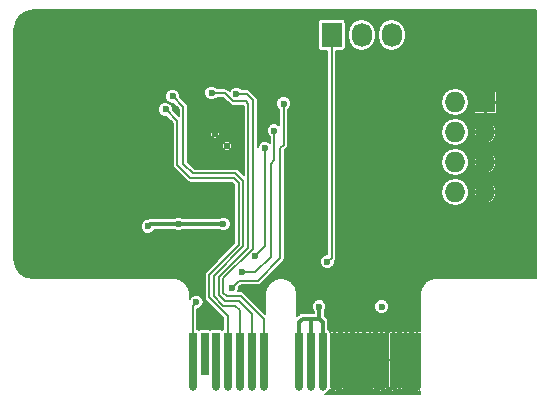
<source format=gbr>
G04 #@! TF.FileFunction,Copper,L2,Bot,Signal*
%FSLAX46Y46*%
G04 Gerber Fmt 4.6, Leading zero omitted, Abs format (unit mm)*
G04 Created by KiCad (PCBNEW 4.0.2+e4-6225~38~ubuntu14.04.1-stable) date Fri 29 Jul 2016 09:52:58 PM PDT*
%MOMM*%
G01*
G04 APERTURE LIST*
%ADD10C,0.100000*%
%ADD11C,0.650240*%
%ADD12R,0.650240X4.599940*%
%ADD13R,0.650240X3.599180*%
%ADD14R,1.727200X2.032000*%
%ADD15O,1.727200X2.032000*%
%ADD16R,1.727200X1.727200*%
%ADD17O,1.727200X1.727200*%
%ADD18C,0.600000*%
%ADD19C,0.300000*%
%ADD20C,0.150000*%
%ADD21C,0.200000*%
G04 APERTURE END LIST*
D10*
D11*
X140500400Y-102301240D03*
D12*
X159499600Y-100000000D03*
X158498840Y-100000000D03*
X157500620Y-100000000D03*
X156499860Y-100000000D03*
X155499100Y-100000000D03*
X154500880Y-100000000D03*
X153500120Y-100000000D03*
X152499360Y-100000000D03*
X151501140Y-100000000D03*
X150500380Y-100000000D03*
X149499620Y-100000000D03*
X144500900Y-100000000D03*
X143500140Y-100000000D03*
X142499380Y-100000000D03*
D13*
X141501160Y-99499620D03*
D12*
X140500400Y-100000000D03*
X146499880Y-100000000D03*
X145499120Y-100000000D03*
D11*
X157500620Y-102301240D03*
X156499860Y-102301240D03*
X155499100Y-102301240D03*
X154500880Y-102301240D03*
X153500120Y-102301240D03*
X152499360Y-102301240D03*
X151501140Y-102301240D03*
X150500380Y-102301240D03*
X149499620Y-102301240D03*
X159499600Y-102301240D03*
X146499880Y-102301240D03*
X145499120Y-102301240D03*
X144500900Y-102301240D03*
X143500140Y-102301240D03*
X142499380Y-102301240D03*
X158498840Y-102301240D03*
D14*
X152260000Y-72500000D03*
D15*
X154800000Y-72500000D03*
X157340000Y-72500000D03*
D16*
X165270000Y-78190000D03*
D17*
X162730000Y-78190000D03*
X165270000Y-80730000D03*
X162730000Y-80730000D03*
X165270000Y-83270000D03*
X162730000Y-83270000D03*
X165270000Y-85810000D03*
X162730000Y-85810000D03*
D18*
X142400000Y-80900000D03*
X143400000Y-81900000D03*
X136700000Y-88700000D03*
X139300000Y-88500000D03*
X143100000Y-88500000D03*
X151200000Y-95500000D03*
X151300000Y-83800000D03*
X135700000Y-80400000D03*
X151300000Y-75300000D03*
X151300000Y-78700000D03*
X151300000Y-87200000D03*
X148200000Y-78300000D03*
X143800000Y-93900000D03*
X147400000Y-80600000D03*
X144700000Y-92600000D03*
X146600000Y-82100000D03*
X145800000Y-91200000D03*
X140800000Y-95100000D03*
X138800000Y-77700000D03*
X138200000Y-78800000D03*
X144200000Y-77500000D03*
X142100000Y-77400000D03*
X156500000Y-95500000D03*
X151900000Y-91700000D03*
D19*
X139300000Y-88500000D02*
X136900000Y-88500000D01*
X136900000Y-88500000D02*
X136700000Y-88700000D01*
X143100000Y-88500000D02*
X139300000Y-88500000D01*
X151200000Y-96500000D02*
X151200000Y-95500000D01*
X150500380Y-100000000D02*
X150500380Y-96500000D01*
X150500000Y-96600000D02*
X150500000Y-96500000D01*
X150500000Y-96500380D02*
X150500000Y-96600000D01*
X150500380Y-96500000D02*
X150500000Y-96500380D01*
X151501140Y-100000000D02*
X151501140Y-96801140D01*
X151501140Y-96801140D02*
X151200000Y-96500000D01*
X151200000Y-96500000D02*
X151200000Y-96500000D01*
X151200000Y-96500000D02*
X150500000Y-96500000D01*
X149499620Y-96800380D02*
X149499620Y-100000000D01*
X150500000Y-96500000D02*
X149800000Y-96500000D01*
X149800000Y-96500000D02*
X149499620Y-96800380D01*
D20*
X151501140Y-102301240D02*
X151501140Y-100000000D01*
X150500380Y-102301240D02*
X150500380Y-100000000D01*
X149499620Y-102301240D02*
X149499620Y-100000000D01*
X151300000Y-83800000D02*
X150600000Y-83800000D01*
X151300000Y-83800000D02*
X150600000Y-83800000D01*
X135700000Y-72900000D02*
X135700000Y-80400000D01*
X137100000Y-71500000D02*
X135700000Y-72900000D01*
X145600000Y-71500000D02*
X137100000Y-71500000D01*
X149500000Y-75400000D02*
X145600000Y-71500000D01*
X149500000Y-82700000D02*
X149500000Y-75400000D01*
X150600000Y-83800000D02*
X149500000Y-82700000D01*
X159499600Y-102301240D02*
X159499600Y-100000000D01*
X158498840Y-102301240D02*
X158498840Y-100000000D01*
X157500620Y-102301240D02*
X157500620Y-100000000D01*
X156499860Y-102301240D02*
X156499860Y-100000000D01*
X155499100Y-102301240D02*
X155499100Y-100000000D01*
X154500880Y-102301240D02*
X154500880Y-100000000D01*
X153500120Y-102301240D02*
X153500120Y-100000000D01*
X152499360Y-102301240D02*
X152499360Y-100000000D01*
X148200000Y-81800000D02*
X148200000Y-78300000D01*
X147900000Y-82100000D02*
X148200000Y-81800000D01*
X147900000Y-91400000D02*
X147900000Y-82100000D01*
X146000000Y-93300000D02*
X147900000Y-91400000D01*
X144400000Y-93300000D02*
X146000000Y-93300000D01*
X143800000Y-93900000D02*
X144400000Y-93300000D01*
X147400000Y-83100000D02*
X147400000Y-80600000D01*
X147100000Y-83400000D02*
X147400000Y-83100000D01*
X147100000Y-91300000D02*
X147100000Y-83400000D01*
X145800000Y-92600000D02*
X147100000Y-91300000D01*
X144700000Y-92600000D02*
X145800000Y-92600000D01*
X146600000Y-90400000D02*
X146600000Y-82100000D01*
X145800000Y-91200000D02*
X146600000Y-90400000D01*
X140500400Y-100000000D02*
X140500400Y-95399600D01*
X140500400Y-95399600D02*
X140800000Y-95100000D01*
X140500400Y-102301240D02*
X140500400Y-100000000D01*
X142300000Y-94600000D02*
X142300000Y-92900000D01*
X144500900Y-95800900D02*
X144100000Y-95400000D01*
X144100000Y-95400000D02*
X143100000Y-95400000D01*
X143100000Y-95400000D02*
X142300000Y-94600000D01*
X144500900Y-100000000D02*
X144500900Y-95800900D01*
X139700000Y-83400000D02*
X139700000Y-83100000D01*
X140500000Y-84200000D02*
X139700000Y-83400000D01*
X144100000Y-84200000D02*
X140500000Y-84200000D01*
X144800000Y-84900000D02*
X144100000Y-84200000D01*
X144800000Y-90400000D02*
X144800000Y-84900000D01*
X142300000Y-92900000D02*
X144800000Y-90400000D01*
X139700000Y-83100000D02*
X139700000Y-82900000D01*
X139700000Y-80000000D02*
X139700000Y-78600000D01*
X139700000Y-78600000D02*
X138800000Y-77700000D01*
X139700000Y-82900000D02*
X139700000Y-80000000D01*
X139700000Y-83100000D02*
X139700000Y-82900000D01*
X144500900Y-102301240D02*
X144500900Y-100000000D01*
X141900000Y-94700000D02*
X141900000Y-92800000D01*
X143500140Y-100000000D02*
X143500140Y-96300140D01*
X143500140Y-96300140D02*
X141900000Y-94700000D01*
X139200000Y-83500000D02*
X139200000Y-83100000D01*
X140300000Y-84600000D02*
X139200000Y-83500000D01*
X144000000Y-84600000D02*
X140300000Y-84600000D01*
X144400000Y-85000000D02*
X144000000Y-84600000D01*
X144400000Y-90300000D02*
X144400000Y-85000000D01*
X141900000Y-92800000D02*
X144400000Y-90300000D01*
X139200000Y-83100000D02*
X139200000Y-83000000D01*
X139200000Y-83000000D02*
X139200000Y-79800000D01*
X139200000Y-79800000D02*
X138200000Y-78800000D01*
X139200000Y-83100000D02*
X139200000Y-83000000D01*
X143500140Y-102301240D02*
X143500140Y-100000000D01*
X142499380Y-102301240D02*
X142499380Y-100000000D01*
X143100000Y-94300000D02*
X143100000Y-93600000D01*
X145600000Y-86100000D02*
X145600000Y-78000000D01*
X145600000Y-78000000D02*
X145100000Y-77500000D01*
X145100000Y-77500000D02*
X144200000Y-77500000D01*
X146499880Y-96499880D02*
X144600000Y-94600000D01*
X144600000Y-94600000D02*
X143400000Y-94600000D01*
X143400000Y-94600000D02*
X143100000Y-94300000D01*
X146499880Y-96499880D02*
X146499880Y-100000000D01*
X145600000Y-90600000D02*
X145600000Y-86100000D01*
X143100000Y-93100000D02*
X145600000Y-90600000D01*
X143100000Y-93600000D02*
X143100000Y-93100000D01*
X146499880Y-102301240D02*
X146499880Y-100000000D01*
X142700000Y-94500000D02*
X142700000Y-93000000D01*
X145200000Y-85900000D02*
X145200000Y-78300000D01*
X145200000Y-78300000D02*
X145000000Y-78100000D01*
X145000000Y-78100000D02*
X143900000Y-78100000D01*
X143900000Y-78100000D02*
X143200000Y-77400000D01*
X143200000Y-77400000D02*
X142100000Y-77400000D01*
X145499120Y-96099120D02*
X145499120Y-100000000D01*
X143200000Y-95000000D02*
X142700000Y-94500000D01*
X144400000Y-95000000D02*
X143200000Y-95000000D01*
X145499120Y-96099120D02*
X144400000Y-95000000D01*
X145200000Y-90500000D02*
X145200000Y-85900000D01*
X142700000Y-93000000D02*
X145200000Y-90500000D01*
X145499120Y-102301240D02*
X145499120Y-100000000D01*
X151900000Y-91700000D02*
X152260000Y-91340000D01*
X152260000Y-91340000D02*
X152260000Y-72500000D01*
D21*
G36*
X169597716Y-70402284D02*
X169605000Y-70438903D01*
X169605000Y-93061097D01*
X169597716Y-93097716D01*
X169561098Y-93105000D01*
X161100000Y-93105000D01*
X161061843Y-93112590D01*
X161022939Y-93112590D01*
X160659391Y-93184904D01*
X160659390Y-93184904D01*
X160517000Y-93243884D01*
X160208798Y-93449819D01*
X160154309Y-93504309D01*
X160099819Y-93558798D01*
X159893884Y-93867000D01*
X159834904Y-94009390D01*
X159834904Y-94009391D01*
X159762590Y-94372940D01*
X159762590Y-94411843D01*
X159755000Y-94450000D01*
X159755000Y-97600030D01*
X159549600Y-97600030D01*
X159524600Y-97625030D01*
X159524600Y-99975000D01*
X159544600Y-99975000D01*
X159544600Y-100025000D01*
X159524600Y-100025000D01*
X159524600Y-100045000D01*
X159474600Y-100045000D01*
X159474600Y-100025000D01*
X159099480Y-100025000D01*
X159074480Y-100050000D01*
X159074480Y-102220746D01*
X159072993Y-102224532D01*
X159074480Y-102305174D01*
X159074480Y-102319861D01*
X159074763Y-102320545D01*
X159076111Y-102393626D01*
X159134821Y-102535365D01*
X159193647Y-102571838D01*
X159365515Y-102399970D01*
X159436225Y-102399970D01*
X159229002Y-102607193D01*
X159265475Y-102666019D01*
X159422892Y-102727847D01*
X159591986Y-102724729D01*
X159733725Y-102666019D01*
X159755000Y-102631705D01*
X159755000Y-102861097D01*
X159747716Y-102897716D01*
X159711098Y-102905000D01*
X151729269Y-102905000D01*
X151866094Y-102848465D01*
X152047728Y-102667148D01*
X152118535Y-102496626D01*
X152134581Y-102535365D01*
X152193407Y-102571838D01*
X152365275Y-102399970D01*
X152435985Y-102399970D01*
X152228762Y-102607193D01*
X152265235Y-102666019D01*
X152422652Y-102727847D01*
X152591746Y-102724729D01*
X152733485Y-102666019D01*
X152769958Y-102607193D01*
X152562735Y-102399970D01*
X152633445Y-102399970D01*
X152805313Y-102571838D01*
X152864139Y-102535365D01*
X152925967Y-102377948D01*
X152924480Y-102297306D01*
X152924480Y-102224532D01*
X153073513Y-102224532D01*
X153075000Y-102305174D01*
X153075000Y-102319861D01*
X153075283Y-102320545D01*
X153076631Y-102393626D01*
X153135341Y-102535365D01*
X153194167Y-102571838D01*
X153366035Y-102399970D01*
X153436745Y-102399970D01*
X153229522Y-102607193D01*
X153265995Y-102666019D01*
X153423412Y-102727847D01*
X153592506Y-102724729D01*
X153734245Y-102666019D01*
X153770718Y-102607193D01*
X153563495Y-102399970D01*
X153634205Y-102399970D01*
X153806073Y-102571838D01*
X153864899Y-102535365D01*
X153926727Y-102377948D01*
X153925240Y-102297306D01*
X153925240Y-102224532D01*
X154074273Y-102224532D01*
X154075760Y-102305174D01*
X154075760Y-102319861D01*
X154076043Y-102320545D01*
X154077391Y-102393626D01*
X154136101Y-102535365D01*
X154194927Y-102571838D01*
X154366795Y-102399970D01*
X154437505Y-102399970D01*
X154230282Y-102607193D01*
X154266755Y-102666019D01*
X154424172Y-102727847D01*
X154593266Y-102724729D01*
X154735005Y-102666019D01*
X154771478Y-102607193D01*
X154564255Y-102399970D01*
X154634965Y-102399970D01*
X154806833Y-102571838D01*
X154865659Y-102535365D01*
X154927487Y-102377948D01*
X154926000Y-102297306D01*
X154926000Y-102224532D01*
X155072493Y-102224532D01*
X155073980Y-102305174D01*
X155073980Y-102319861D01*
X155074263Y-102320545D01*
X155075611Y-102393626D01*
X155134321Y-102535365D01*
X155193147Y-102571838D01*
X155365015Y-102399970D01*
X155435725Y-102399970D01*
X155228502Y-102607193D01*
X155264975Y-102666019D01*
X155422392Y-102727847D01*
X155591486Y-102724729D01*
X155733225Y-102666019D01*
X155769698Y-102607193D01*
X155562475Y-102399970D01*
X155633185Y-102399970D01*
X155805053Y-102571838D01*
X155863879Y-102535365D01*
X155925707Y-102377948D01*
X155924220Y-102297306D01*
X155924220Y-102224532D01*
X156073253Y-102224532D01*
X156074740Y-102305174D01*
X156074740Y-102319861D01*
X156075023Y-102320545D01*
X156076371Y-102393626D01*
X156135081Y-102535365D01*
X156193907Y-102571838D01*
X156365775Y-102399970D01*
X156436485Y-102399970D01*
X156229262Y-102607193D01*
X156265735Y-102666019D01*
X156423152Y-102727847D01*
X156592246Y-102724729D01*
X156733985Y-102666019D01*
X156770458Y-102607193D01*
X156563235Y-102399970D01*
X156633945Y-102399970D01*
X156805813Y-102571838D01*
X156864639Y-102535365D01*
X156926467Y-102377948D01*
X156924980Y-102297306D01*
X156924980Y-102224532D01*
X157074013Y-102224532D01*
X157075500Y-102305174D01*
X157075500Y-102319861D01*
X157075783Y-102320545D01*
X157077131Y-102393626D01*
X157135841Y-102535365D01*
X157194667Y-102571838D01*
X157366535Y-102399970D01*
X157437245Y-102399970D01*
X157230022Y-102607193D01*
X157266495Y-102666019D01*
X157423912Y-102727847D01*
X157593006Y-102724729D01*
X157734745Y-102666019D01*
X157771218Y-102607193D01*
X157563995Y-102399970D01*
X157634705Y-102399970D01*
X157806573Y-102571838D01*
X157865399Y-102535365D01*
X157927227Y-102377948D01*
X157925740Y-102297306D01*
X157925740Y-102224532D01*
X158072233Y-102224532D01*
X158073720Y-102305174D01*
X158073720Y-102319861D01*
X158074003Y-102320545D01*
X158075351Y-102393626D01*
X158134061Y-102535365D01*
X158192887Y-102571838D01*
X158364755Y-102399970D01*
X158435465Y-102399970D01*
X158228242Y-102607193D01*
X158264715Y-102666019D01*
X158422132Y-102727847D01*
X158591226Y-102724729D01*
X158732965Y-102666019D01*
X158769438Y-102607193D01*
X158562215Y-102399970D01*
X158632925Y-102399970D01*
X158804793Y-102571838D01*
X158863619Y-102535365D01*
X158925447Y-102377948D01*
X158923960Y-102297306D01*
X158923960Y-100050000D01*
X158898960Y-100025000D01*
X158523840Y-100025000D01*
X158523840Y-100045000D01*
X158473840Y-100045000D01*
X158473840Y-100025000D01*
X158098720Y-100025000D01*
X158073720Y-100050000D01*
X158073720Y-102220746D01*
X158072233Y-102224532D01*
X157925740Y-102224532D01*
X157925740Y-100050000D01*
X157900740Y-100025000D01*
X157525620Y-100025000D01*
X157525620Y-100045000D01*
X157475620Y-100045000D01*
X157475620Y-100025000D01*
X157100500Y-100025000D01*
X157075500Y-100050000D01*
X157075500Y-102220746D01*
X157074013Y-102224532D01*
X156924980Y-102224532D01*
X156924980Y-100050000D01*
X156899980Y-100025000D01*
X156524860Y-100025000D01*
X156524860Y-100045000D01*
X156474860Y-100045000D01*
X156474860Y-100025000D01*
X156099740Y-100025000D01*
X156074740Y-100050000D01*
X156074740Y-102220746D01*
X156073253Y-102224532D01*
X155924220Y-102224532D01*
X155924220Y-100050000D01*
X155899220Y-100025000D01*
X155524100Y-100025000D01*
X155524100Y-100045000D01*
X155474100Y-100045000D01*
X155474100Y-100025000D01*
X155098980Y-100025000D01*
X155073980Y-100050000D01*
X155073980Y-102220746D01*
X155072493Y-102224532D01*
X154926000Y-102224532D01*
X154926000Y-100050000D01*
X154901000Y-100025000D01*
X154525880Y-100025000D01*
X154525880Y-100045000D01*
X154475880Y-100045000D01*
X154475880Y-100025000D01*
X154100760Y-100025000D01*
X154075760Y-100050000D01*
X154075760Y-102220746D01*
X154074273Y-102224532D01*
X153925240Y-102224532D01*
X153925240Y-100050000D01*
X153900240Y-100025000D01*
X153525120Y-100025000D01*
X153525120Y-100045000D01*
X153475120Y-100045000D01*
X153475120Y-100025000D01*
X153100000Y-100025000D01*
X153075000Y-100050000D01*
X153075000Y-102220746D01*
X153073513Y-102224532D01*
X152924480Y-102224532D01*
X152924480Y-100050000D01*
X152899480Y-100025000D01*
X152524360Y-100025000D01*
X152524360Y-100045000D01*
X152474360Y-100045000D01*
X152474360Y-100025000D01*
X152454360Y-100025000D01*
X152454360Y-99975000D01*
X152474360Y-99975000D01*
X152474360Y-97625030D01*
X152524360Y-97625030D01*
X152524360Y-99975000D01*
X152899480Y-99975000D01*
X152924480Y-99950000D01*
X152924480Y-97680139D01*
X153075000Y-97680139D01*
X153075000Y-99950000D01*
X153100000Y-99975000D01*
X153475120Y-99975000D01*
X153475120Y-97625030D01*
X153525120Y-97625030D01*
X153525120Y-99975000D01*
X153900240Y-99975000D01*
X153925240Y-99950000D01*
X153925240Y-97680139D01*
X154075760Y-97680139D01*
X154075760Y-99950000D01*
X154100760Y-99975000D01*
X154475880Y-99975000D01*
X154475880Y-97625030D01*
X154525880Y-97625030D01*
X154525880Y-99975000D01*
X154901000Y-99975000D01*
X154926000Y-99950000D01*
X154926000Y-97680139D01*
X155073980Y-97680139D01*
X155073980Y-99950000D01*
X155098980Y-99975000D01*
X155474100Y-99975000D01*
X155474100Y-97625030D01*
X155524100Y-97625030D01*
X155524100Y-99975000D01*
X155899220Y-99975000D01*
X155924220Y-99950000D01*
X155924220Y-97680139D01*
X156074740Y-97680139D01*
X156074740Y-99950000D01*
X156099740Y-99975000D01*
X156474860Y-99975000D01*
X156474860Y-97625030D01*
X156524860Y-97625030D01*
X156524860Y-99975000D01*
X156899980Y-99975000D01*
X156924980Y-99950000D01*
X156924980Y-97680139D01*
X157075500Y-97680139D01*
X157075500Y-99950000D01*
X157100500Y-99975000D01*
X157475620Y-99975000D01*
X157475620Y-97625030D01*
X157525620Y-97625030D01*
X157525620Y-99975000D01*
X157900740Y-99975000D01*
X157925740Y-99950000D01*
X157925740Y-97680139D01*
X158073720Y-97680139D01*
X158073720Y-99950000D01*
X158098720Y-99975000D01*
X158473840Y-99975000D01*
X158473840Y-97625030D01*
X158523840Y-97625030D01*
X158523840Y-99975000D01*
X158898960Y-99975000D01*
X158923960Y-99950000D01*
X158923960Y-97680139D01*
X159074480Y-97680139D01*
X159074480Y-99950000D01*
X159099480Y-99975000D01*
X159474600Y-99975000D01*
X159474600Y-97625030D01*
X159449600Y-97600030D01*
X159154589Y-97600030D01*
X159117835Y-97615254D01*
X159089704Y-97643384D01*
X159074480Y-97680139D01*
X158923960Y-97680139D01*
X158908736Y-97643384D01*
X158880605Y-97615254D01*
X158843851Y-97600030D01*
X158548840Y-97600030D01*
X158523840Y-97625030D01*
X158473840Y-97625030D01*
X158448840Y-97600030D01*
X158153829Y-97600030D01*
X158117075Y-97615254D01*
X158088944Y-97643384D01*
X158073720Y-97680139D01*
X157925740Y-97680139D01*
X157910516Y-97643384D01*
X157882385Y-97615254D01*
X157845631Y-97600030D01*
X157550620Y-97600030D01*
X157525620Y-97625030D01*
X157475620Y-97625030D01*
X157450620Y-97600030D01*
X157155609Y-97600030D01*
X157118855Y-97615254D01*
X157090724Y-97643384D01*
X157075500Y-97680139D01*
X156924980Y-97680139D01*
X156909756Y-97643384D01*
X156881625Y-97615254D01*
X156844871Y-97600030D01*
X156549860Y-97600030D01*
X156524860Y-97625030D01*
X156474860Y-97625030D01*
X156449860Y-97600030D01*
X156154849Y-97600030D01*
X156118095Y-97615254D01*
X156089964Y-97643384D01*
X156074740Y-97680139D01*
X155924220Y-97680139D01*
X155908996Y-97643384D01*
X155880865Y-97615254D01*
X155844111Y-97600030D01*
X155549100Y-97600030D01*
X155524100Y-97625030D01*
X155474100Y-97625030D01*
X155449100Y-97600030D01*
X155154089Y-97600030D01*
X155117335Y-97615254D01*
X155089204Y-97643384D01*
X155073980Y-97680139D01*
X154926000Y-97680139D01*
X154910776Y-97643384D01*
X154882645Y-97615254D01*
X154845891Y-97600030D01*
X154550880Y-97600030D01*
X154525880Y-97625030D01*
X154475880Y-97625030D01*
X154450880Y-97600030D01*
X154155869Y-97600030D01*
X154119115Y-97615254D01*
X154090984Y-97643384D01*
X154075760Y-97680139D01*
X153925240Y-97680139D01*
X153910016Y-97643384D01*
X153881885Y-97615254D01*
X153845131Y-97600030D01*
X153550120Y-97600030D01*
X153525120Y-97625030D01*
X153475120Y-97625030D01*
X153450120Y-97600030D01*
X153155109Y-97600030D01*
X153118355Y-97615254D01*
X153090224Y-97643384D01*
X153075000Y-97680139D01*
X152924480Y-97680139D01*
X152909256Y-97643384D01*
X152881125Y-97615254D01*
X152844371Y-97600030D01*
X152549360Y-97600030D01*
X152524360Y-97625030D01*
X152474360Y-97625030D01*
X152449360Y-97600030D01*
X152154349Y-97600030D01*
X152135205Y-97607960D01*
X152130216Y-97581445D01*
X152060132Y-97472532D01*
X151971140Y-97411726D01*
X151971140Y-96801140D01*
X151935363Y-96621279D01*
X151833480Y-96468800D01*
X151670000Y-96305320D01*
X151670000Y-95906868D01*
X151725304Y-95851661D01*
X151819893Y-95623867D01*
X151819893Y-95622785D01*
X155879892Y-95622785D01*
X155974083Y-95850743D01*
X156148339Y-96025304D01*
X156376133Y-96119893D01*
X156622785Y-96120108D01*
X156850743Y-96025917D01*
X157025304Y-95851661D01*
X157119893Y-95623867D01*
X157120108Y-95377215D01*
X157025917Y-95149257D01*
X156851661Y-94974696D01*
X156623867Y-94880107D01*
X156377215Y-94879892D01*
X156149257Y-94974083D01*
X155974696Y-95148339D01*
X155880107Y-95376133D01*
X155879892Y-95622785D01*
X151819893Y-95622785D01*
X151820108Y-95377215D01*
X151725917Y-95149257D01*
X151551661Y-94974696D01*
X151323867Y-94880107D01*
X151077215Y-94879892D01*
X150849257Y-94974083D01*
X150674696Y-95148339D01*
X150580107Y-95376133D01*
X150579892Y-95622785D01*
X150674083Y-95850743D01*
X150730000Y-95906758D01*
X150730000Y-96030000D01*
X149800000Y-96030000D01*
X149620139Y-96065777D01*
X149467659Y-96167660D01*
X149345000Y-96290319D01*
X149345000Y-94450000D01*
X149337410Y-94411843D01*
X149337410Y-94372939D01*
X149265096Y-94009391D01*
X149265096Y-94009390D01*
X149206116Y-93867000D01*
X149000181Y-93558798D01*
X148945691Y-93504309D01*
X148891202Y-93449819D01*
X148583000Y-93243884D01*
X148440610Y-93184904D01*
X148440609Y-93184904D01*
X148077062Y-93112590D01*
X147922939Y-93112590D01*
X147559391Y-93184904D01*
X147559390Y-93184904D01*
X147417000Y-93243884D01*
X147108798Y-93449819D01*
X147054309Y-93504309D01*
X146999819Y-93558798D01*
X146793884Y-93867000D01*
X146734904Y-94009390D01*
X146734904Y-94009391D01*
X146662590Y-94372940D01*
X146662590Y-94411843D01*
X146655000Y-94450000D01*
X146655000Y-96096386D01*
X144879307Y-94320693D01*
X144751160Y-94235068D01*
X144600000Y-94205000D01*
X144344679Y-94205000D01*
X144419893Y-94023867D01*
X144420055Y-93838559D01*
X144563614Y-93695000D01*
X146000000Y-93695000D01*
X146151160Y-93664932D01*
X146279307Y-93579307D01*
X148179307Y-91679307D01*
X148198114Y-91651160D01*
X148264932Y-91551160D01*
X148295000Y-91400000D01*
X148295000Y-82263614D01*
X148479307Y-82079307D01*
X148564932Y-81951160D01*
X148595000Y-81800000D01*
X148595000Y-78781737D01*
X148725304Y-78651661D01*
X148819893Y-78423867D01*
X148820108Y-78177215D01*
X148725917Y-77949257D01*
X148551661Y-77774696D01*
X148323867Y-77680107D01*
X148077215Y-77679892D01*
X147849257Y-77774083D01*
X147674696Y-77948339D01*
X147580107Y-78176133D01*
X147579892Y-78422785D01*
X147674083Y-78650743D01*
X147805000Y-78781889D01*
X147805000Y-80128128D01*
X147751661Y-80074696D01*
X147523867Y-79980107D01*
X147277215Y-79979892D01*
X147049257Y-80074083D01*
X146874696Y-80248339D01*
X146780107Y-80476133D01*
X146779892Y-80722785D01*
X146874083Y-80950743D01*
X147005000Y-81081889D01*
X147005000Y-81628128D01*
X146951661Y-81574696D01*
X146723867Y-81480107D01*
X146477215Y-81479892D01*
X146249257Y-81574083D01*
X146074696Y-81748339D01*
X145995000Y-81940267D01*
X145995000Y-78000000D01*
X145964932Y-77848840D01*
X145879307Y-77720693D01*
X145379307Y-77220693D01*
X145251160Y-77135068D01*
X145100000Y-77105000D01*
X144681737Y-77105000D01*
X144551661Y-76974696D01*
X144323867Y-76880107D01*
X144077215Y-76879892D01*
X143849257Y-76974083D01*
X143674696Y-77148339D01*
X143625479Y-77266865D01*
X143479307Y-77120693D01*
X143351160Y-77035068D01*
X143200000Y-77005000D01*
X142581737Y-77005000D01*
X142451661Y-76874696D01*
X142223867Y-76780107D01*
X141977215Y-76779892D01*
X141749257Y-76874083D01*
X141574696Y-77048339D01*
X141480107Y-77276133D01*
X141479892Y-77522785D01*
X141574083Y-77750743D01*
X141748339Y-77925304D01*
X141976133Y-78019893D01*
X142222785Y-78020108D01*
X142450743Y-77925917D01*
X142581889Y-77795000D01*
X143036386Y-77795000D01*
X143620692Y-78379307D01*
X143728229Y-78451160D01*
X143748840Y-78464932D01*
X143900000Y-78495000D01*
X144805000Y-78495000D01*
X144805000Y-84346385D01*
X144379307Y-83920693D01*
X144251160Y-83835068D01*
X144100000Y-83805000D01*
X140663614Y-83805000D01*
X140095000Y-83236386D01*
X140095000Y-82187806D01*
X143147549Y-82187806D01*
X143180957Y-82244020D01*
X143329282Y-82301657D01*
X143488372Y-82298146D01*
X143619043Y-82244020D01*
X143652451Y-82187806D01*
X143400000Y-81935355D01*
X143147549Y-82187806D01*
X140095000Y-82187806D01*
X140095000Y-81829282D01*
X142998343Y-81829282D01*
X143001854Y-81988372D01*
X143055980Y-82119043D01*
X143112194Y-82152451D01*
X143364645Y-81900000D01*
X143435355Y-81900000D01*
X143687806Y-82152451D01*
X143744020Y-82119043D01*
X143801657Y-81970718D01*
X143798146Y-81811628D01*
X143744020Y-81680957D01*
X143687806Y-81647549D01*
X143435355Y-81900000D01*
X143364645Y-81900000D01*
X143112194Y-81647549D01*
X143055980Y-81680957D01*
X142998343Y-81829282D01*
X140095000Y-81829282D01*
X140095000Y-81612194D01*
X143147549Y-81612194D01*
X143400000Y-81864645D01*
X143652451Y-81612194D01*
X143619043Y-81555980D01*
X143470718Y-81498343D01*
X143311628Y-81501854D01*
X143180957Y-81555980D01*
X143147549Y-81612194D01*
X140095000Y-81612194D01*
X140095000Y-81187806D01*
X142147549Y-81187806D01*
X142180957Y-81244020D01*
X142329282Y-81301657D01*
X142488372Y-81298146D01*
X142619043Y-81244020D01*
X142652451Y-81187806D01*
X142400000Y-80935355D01*
X142147549Y-81187806D01*
X140095000Y-81187806D01*
X140095000Y-80829282D01*
X141998343Y-80829282D01*
X142001854Y-80988372D01*
X142055980Y-81119043D01*
X142112194Y-81152451D01*
X142364645Y-80900000D01*
X142435355Y-80900000D01*
X142687806Y-81152451D01*
X142744020Y-81119043D01*
X142801657Y-80970718D01*
X142798146Y-80811628D01*
X142744020Y-80680957D01*
X142687806Y-80647549D01*
X142435355Y-80900000D01*
X142364645Y-80900000D01*
X142112194Y-80647549D01*
X142055980Y-80680957D01*
X141998343Y-80829282D01*
X140095000Y-80829282D01*
X140095000Y-80612194D01*
X142147549Y-80612194D01*
X142400000Y-80864645D01*
X142652451Y-80612194D01*
X142619043Y-80555980D01*
X142470718Y-80498343D01*
X142311628Y-80501854D01*
X142180957Y-80555980D01*
X142147549Y-80612194D01*
X140095000Y-80612194D01*
X140095000Y-78600000D01*
X140064932Y-78448840D01*
X139979307Y-78320693D01*
X139419948Y-77761334D01*
X139420108Y-77577215D01*
X139325917Y-77349257D01*
X139151661Y-77174696D01*
X138923867Y-77080107D01*
X138677215Y-77079892D01*
X138449257Y-77174083D01*
X138274696Y-77348339D01*
X138180107Y-77576133D01*
X138179892Y-77822785D01*
X138274083Y-78050743D01*
X138448339Y-78225304D01*
X138676133Y-78319893D01*
X138861441Y-78320055D01*
X139305000Y-78763614D01*
X139305000Y-79346386D01*
X138819948Y-78861334D01*
X138820108Y-78677215D01*
X138725917Y-78449257D01*
X138551661Y-78274696D01*
X138323867Y-78180107D01*
X138077215Y-78179892D01*
X137849257Y-78274083D01*
X137674696Y-78448339D01*
X137580107Y-78676133D01*
X137579892Y-78922785D01*
X137674083Y-79150743D01*
X137848339Y-79325304D01*
X138076133Y-79419893D01*
X138261441Y-79420055D01*
X138805000Y-79963614D01*
X138805000Y-83500000D01*
X138835068Y-83651160D01*
X138920693Y-83779307D01*
X140020693Y-84879307D01*
X140148840Y-84964932D01*
X140300000Y-84995000D01*
X143836386Y-84995000D01*
X144005000Y-85163614D01*
X144005000Y-90136386D01*
X141620693Y-92520693D01*
X141535068Y-92648840D01*
X141505000Y-92800000D01*
X141505000Y-94700000D01*
X141535068Y-94851160D01*
X141620693Y-94979307D01*
X143105140Y-96463754D01*
X143105140Y-97386910D01*
X143056435Y-97396074D01*
X142999805Y-97432515D01*
X142951437Y-97399466D01*
X142824500Y-97373761D01*
X142174260Y-97373761D01*
X142055675Y-97396074D01*
X142000353Y-97431673D01*
X141953217Y-97399466D01*
X141826280Y-97373761D01*
X141176040Y-97373761D01*
X141057455Y-97396074D01*
X141000825Y-97432515D01*
X140952457Y-97399466D01*
X140895400Y-97387912D01*
X140895400Y-95720084D01*
X140922785Y-95720108D01*
X141150743Y-95625917D01*
X141325304Y-95451661D01*
X141419893Y-95223867D01*
X141420108Y-94977215D01*
X141325917Y-94749257D01*
X141151661Y-94574696D01*
X140923867Y-94480107D01*
X140677215Y-94479892D01*
X140449257Y-94574083D01*
X140274696Y-94748339D01*
X140245000Y-94819854D01*
X140245000Y-94450000D01*
X140237410Y-94411843D01*
X140237410Y-94372939D01*
X140165096Y-94009391D01*
X140165096Y-94009390D01*
X140106116Y-93867000D01*
X139900181Y-93558798D01*
X139845691Y-93504309D01*
X139791202Y-93449819D01*
X139483000Y-93243884D01*
X139340610Y-93184904D01*
X139340609Y-93184904D01*
X138977060Y-93112590D01*
X138938157Y-93112590D01*
X138900000Y-93105000D01*
X127038903Y-93105000D01*
X126388755Y-92975677D01*
X125870565Y-92629435D01*
X125524323Y-92111245D01*
X125395000Y-91461096D01*
X125395000Y-88822785D01*
X136079892Y-88822785D01*
X136174083Y-89050743D01*
X136348339Y-89225304D01*
X136576133Y-89319893D01*
X136822785Y-89320108D01*
X137050743Y-89225917D01*
X137225304Y-89051661D01*
X137259213Y-88970000D01*
X138893132Y-88970000D01*
X138948339Y-89025304D01*
X139176133Y-89119893D01*
X139422785Y-89120108D01*
X139650743Y-89025917D01*
X139706758Y-88970000D01*
X142693132Y-88970000D01*
X142748339Y-89025304D01*
X142976133Y-89119893D01*
X143222785Y-89120108D01*
X143450743Y-89025917D01*
X143625304Y-88851661D01*
X143719893Y-88623867D01*
X143720108Y-88377215D01*
X143625917Y-88149257D01*
X143451661Y-87974696D01*
X143223867Y-87880107D01*
X142977215Y-87879892D01*
X142749257Y-87974083D01*
X142693242Y-88030000D01*
X139706868Y-88030000D01*
X139651661Y-87974696D01*
X139423867Y-87880107D01*
X139177215Y-87879892D01*
X138949257Y-87974083D01*
X138893242Y-88030000D01*
X136900000Y-88030000D01*
X136720139Y-88065777D01*
X136698856Y-88079998D01*
X136577215Y-88079892D01*
X136349257Y-88174083D01*
X136174696Y-88348339D01*
X136080107Y-88576133D01*
X136079892Y-88822785D01*
X125395000Y-88822785D01*
X125395000Y-72038904D01*
X125505377Y-71484000D01*
X151070131Y-71484000D01*
X151070131Y-73516000D01*
X151092444Y-73634585D01*
X151162528Y-73743498D01*
X151269463Y-73816564D01*
X151396400Y-73842269D01*
X151865000Y-73842269D01*
X151865000Y-91079969D01*
X151777215Y-91079892D01*
X151549257Y-91174083D01*
X151374696Y-91348339D01*
X151280107Y-91576133D01*
X151279892Y-91822785D01*
X151374083Y-92050743D01*
X151548339Y-92225304D01*
X151776133Y-92319893D01*
X152022785Y-92320108D01*
X152250743Y-92225917D01*
X152425304Y-92051661D01*
X152519893Y-91823867D01*
X152520055Y-91638559D01*
X152539307Y-91619307D01*
X152624932Y-91491160D01*
X152655000Y-91340000D01*
X152655000Y-85786812D01*
X161546400Y-85786812D01*
X161546400Y-85833188D01*
X161636496Y-86286132D01*
X161893068Y-86670120D01*
X162277056Y-86926692D01*
X162730000Y-87016788D01*
X163182944Y-86926692D01*
X163566932Y-86670120D01*
X163823504Y-86286132D01*
X163883326Y-85985382D01*
X164322491Y-85985382D01*
X164461732Y-86334628D01*
X164724024Y-86604004D01*
X165069436Y-86752500D01*
X165094618Y-86757506D01*
X165245000Y-86748267D01*
X165245000Y-85835000D01*
X165295000Y-85835000D01*
X165295000Y-86748267D01*
X165445382Y-86757506D01*
X165470564Y-86752500D01*
X165815976Y-86604004D01*
X166078268Y-86334628D01*
X166217509Y-85985382D01*
X166208279Y-85835000D01*
X165295000Y-85835000D01*
X165245000Y-85835000D01*
X164331721Y-85835000D01*
X164322491Y-85985382D01*
X163883326Y-85985382D01*
X163913600Y-85833188D01*
X163913600Y-85786812D01*
X163883327Y-85634618D01*
X164322491Y-85634618D01*
X164331721Y-85785000D01*
X165245000Y-85785000D01*
X165245000Y-84871733D01*
X165295000Y-84871733D01*
X165295000Y-85785000D01*
X166208279Y-85785000D01*
X166217509Y-85634618D01*
X166078268Y-85285372D01*
X165815976Y-85015996D01*
X165470564Y-84867500D01*
X165445382Y-84862494D01*
X165295000Y-84871733D01*
X165245000Y-84871733D01*
X165094618Y-84862494D01*
X165069436Y-84867500D01*
X164724024Y-85015996D01*
X164461732Y-85285372D01*
X164322491Y-85634618D01*
X163883327Y-85634618D01*
X163823504Y-85333868D01*
X163566932Y-84949880D01*
X163182944Y-84693308D01*
X162730000Y-84603212D01*
X162277056Y-84693308D01*
X161893068Y-84949880D01*
X161636496Y-85333868D01*
X161546400Y-85786812D01*
X152655000Y-85786812D01*
X152655000Y-83246812D01*
X161546400Y-83246812D01*
X161546400Y-83293188D01*
X161636496Y-83746132D01*
X161893068Y-84130120D01*
X162277056Y-84386692D01*
X162730000Y-84476788D01*
X163182944Y-84386692D01*
X163566932Y-84130120D01*
X163823504Y-83746132D01*
X163883326Y-83445382D01*
X164322491Y-83445382D01*
X164461732Y-83794628D01*
X164724024Y-84064004D01*
X165069436Y-84212500D01*
X165094618Y-84217506D01*
X165245000Y-84208267D01*
X165245000Y-83295000D01*
X165295000Y-83295000D01*
X165295000Y-84208267D01*
X165445382Y-84217506D01*
X165470564Y-84212500D01*
X165815976Y-84064004D01*
X166078268Y-83794628D01*
X166217509Y-83445382D01*
X166208279Y-83295000D01*
X165295000Y-83295000D01*
X165245000Y-83295000D01*
X164331721Y-83295000D01*
X164322491Y-83445382D01*
X163883326Y-83445382D01*
X163913600Y-83293188D01*
X163913600Y-83246812D01*
X163883327Y-83094618D01*
X164322491Y-83094618D01*
X164331721Y-83245000D01*
X165245000Y-83245000D01*
X165245000Y-82331733D01*
X165295000Y-82331733D01*
X165295000Y-83245000D01*
X166208279Y-83245000D01*
X166217509Y-83094618D01*
X166078268Y-82745372D01*
X165815976Y-82475996D01*
X165470564Y-82327500D01*
X165445382Y-82322494D01*
X165295000Y-82331733D01*
X165245000Y-82331733D01*
X165094618Y-82322494D01*
X165069436Y-82327500D01*
X164724024Y-82475996D01*
X164461732Y-82745372D01*
X164322491Y-83094618D01*
X163883327Y-83094618D01*
X163823504Y-82793868D01*
X163566932Y-82409880D01*
X163182944Y-82153308D01*
X162730000Y-82063212D01*
X162277056Y-82153308D01*
X161893068Y-82409880D01*
X161636496Y-82793868D01*
X161546400Y-83246812D01*
X152655000Y-83246812D01*
X152655000Y-80706812D01*
X161546400Y-80706812D01*
X161546400Y-80753188D01*
X161636496Y-81206132D01*
X161893068Y-81590120D01*
X162277056Y-81846692D01*
X162730000Y-81936788D01*
X163182944Y-81846692D01*
X163566932Y-81590120D01*
X163823504Y-81206132D01*
X163883326Y-80905382D01*
X164322491Y-80905382D01*
X164461732Y-81254628D01*
X164724024Y-81524004D01*
X165069436Y-81672500D01*
X165094618Y-81677506D01*
X165245000Y-81668267D01*
X165245000Y-80755000D01*
X165295000Y-80755000D01*
X165295000Y-81668267D01*
X165445382Y-81677506D01*
X165470564Y-81672500D01*
X165815976Y-81524004D01*
X166078268Y-81254628D01*
X166217509Y-80905382D01*
X166208279Y-80755000D01*
X165295000Y-80755000D01*
X165245000Y-80755000D01*
X164331721Y-80755000D01*
X164322491Y-80905382D01*
X163883326Y-80905382D01*
X163913600Y-80753188D01*
X163913600Y-80706812D01*
X163883327Y-80554618D01*
X164322491Y-80554618D01*
X164331721Y-80705000D01*
X165245000Y-80705000D01*
X165245000Y-79791733D01*
X165295000Y-79791733D01*
X165295000Y-80705000D01*
X166208279Y-80705000D01*
X166217509Y-80554618D01*
X166078268Y-80205372D01*
X165815976Y-79935996D01*
X165470564Y-79787500D01*
X165445382Y-79782494D01*
X165295000Y-79791733D01*
X165245000Y-79791733D01*
X165094618Y-79782494D01*
X165069436Y-79787500D01*
X164724024Y-79935996D01*
X164461732Y-80205372D01*
X164322491Y-80554618D01*
X163883327Y-80554618D01*
X163823504Y-80253868D01*
X163566932Y-79869880D01*
X163182944Y-79613308D01*
X162730000Y-79523212D01*
X162277056Y-79613308D01*
X161893068Y-79869880D01*
X161636496Y-80253868D01*
X161546400Y-80706812D01*
X152655000Y-80706812D01*
X152655000Y-78166812D01*
X161546400Y-78166812D01*
X161546400Y-78213188D01*
X161636496Y-78666132D01*
X161893068Y-79050120D01*
X162277056Y-79306692D01*
X162730000Y-79396788D01*
X163182944Y-79306692D01*
X163566932Y-79050120D01*
X163823504Y-78666132D01*
X163908266Y-78240000D01*
X164306400Y-78240000D01*
X164306400Y-79073491D01*
X164321624Y-79110245D01*
X164349754Y-79138376D01*
X164386509Y-79153600D01*
X165220000Y-79153600D01*
X165245000Y-79128600D01*
X165245000Y-78215000D01*
X165295000Y-78215000D01*
X165295000Y-79128600D01*
X165320000Y-79153600D01*
X166153491Y-79153600D01*
X166190246Y-79138376D01*
X166218376Y-79110245D01*
X166233600Y-79073491D01*
X166233600Y-78240000D01*
X166208600Y-78215000D01*
X165295000Y-78215000D01*
X165245000Y-78215000D01*
X164331400Y-78215000D01*
X164306400Y-78240000D01*
X163908266Y-78240000D01*
X163913600Y-78213188D01*
X163913600Y-78166812D01*
X163823504Y-77713868D01*
X163566932Y-77329880D01*
X163531955Y-77306509D01*
X164306400Y-77306509D01*
X164306400Y-78140000D01*
X164331400Y-78165000D01*
X165245000Y-78165000D01*
X165245000Y-77251400D01*
X165295000Y-77251400D01*
X165295000Y-78165000D01*
X166208600Y-78165000D01*
X166233600Y-78140000D01*
X166233600Y-77306509D01*
X166218376Y-77269755D01*
X166190246Y-77241624D01*
X166153491Y-77226400D01*
X165320000Y-77226400D01*
X165295000Y-77251400D01*
X165245000Y-77251400D01*
X165220000Y-77226400D01*
X164386509Y-77226400D01*
X164349754Y-77241624D01*
X164321624Y-77269755D01*
X164306400Y-77306509D01*
X163531955Y-77306509D01*
X163182944Y-77073308D01*
X162730000Y-76983212D01*
X162277056Y-77073308D01*
X161893068Y-77329880D01*
X161636496Y-77713868D01*
X161546400Y-78166812D01*
X152655000Y-78166812D01*
X152655000Y-73842269D01*
X153123600Y-73842269D01*
X153242185Y-73819956D01*
X153351098Y-73749872D01*
X153424164Y-73642937D01*
X153449869Y-73516000D01*
X153449869Y-72321426D01*
X153616400Y-72321426D01*
X153616400Y-72678574D01*
X153706496Y-73131518D01*
X153963068Y-73515506D01*
X154347056Y-73772078D01*
X154800000Y-73862174D01*
X155252944Y-73772078D01*
X155636932Y-73515506D01*
X155893504Y-73131518D01*
X155983600Y-72678574D01*
X155983600Y-72321426D01*
X156156400Y-72321426D01*
X156156400Y-72678574D01*
X156246496Y-73131518D01*
X156503068Y-73515506D01*
X156887056Y-73772078D01*
X157340000Y-73862174D01*
X157792944Y-73772078D01*
X158176932Y-73515506D01*
X158433504Y-73131518D01*
X158523600Y-72678574D01*
X158523600Y-72321426D01*
X158433504Y-71868482D01*
X158176932Y-71484494D01*
X157792944Y-71227922D01*
X157340000Y-71137826D01*
X156887056Y-71227922D01*
X156503068Y-71484494D01*
X156246496Y-71868482D01*
X156156400Y-72321426D01*
X155983600Y-72321426D01*
X155893504Y-71868482D01*
X155636932Y-71484494D01*
X155252944Y-71227922D01*
X154800000Y-71137826D01*
X154347056Y-71227922D01*
X153963068Y-71484494D01*
X153706496Y-71868482D01*
X153616400Y-72321426D01*
X153449869Y-72321426D01*
X153449869Y-71484000D01*
X153427556Y-71365415D01*
X153357472Y-71256502D01*
X153250537Y-71183436D01*
X153123600Y-71157731D01*
X151396400Y-71157731D01*
X151277815Y-71180044D01*
X151168902Y-71250128D01*
X151095836Y-71357063D01*
X151070131Y-71484000D01*
X125505377Y-71484000D01*
X125524323Y-71388755D01*
X125870565Y-70870565D01*
X126388755Y-70524323D01*
X127038903Y-70395000D01*
X169561098Y-70395000D01*
X169597716Y-70402284D01*
X169597716Y-70402284D01*
G37*
X169597716Y-70402284D02*
X169605000Y-70438903D01*
X169605000Y-93061097D01*
X169597716Y-93097716D01*
X169561098Y-93105000D01*
X161100000Y-93105000D01*
X161061843Y-93112590D01*
X161022939Y-93112590D01*
X160659391Y-93184904D01*
X160659390Y-93184904D01*
X160517000Y-93243884D01*
X160208798Y-93449819D01*
X160154309Y-93504309D01*
X160099819Y-93558798D01*
X159893884Y-93867000D01*
X159834904Y-94009390D01*
X159834904Y-94009391D01*
X159762590Y-94372940D01*
X159762590Y-94411843D01*
X159755000Y-94450000D01*
X159755000Y-97600030D01*
X159549600Y-97600030D01*
X159524600Y-97625030D01*
X159524600Y-99975000D01*
X159544600Y-99975000D01*
X159544600Y-100025000D01*
X159524600Y-100025000D01*
X159524600Y-100045000D01*
X159474600Y-100045000D01*
X159474600Y-100025000D01*
X159099480Y-100025000D01*
X159074480Y-100050000D01*
X159074480Y-102220746D01*
X159072993Y-102224532D01*
X159074480Y-102305174D01*
X159074480Y-102319861D01*
X159074763Y-102320545D01*
X159076111Y-102393626D01*
X159134821Y-102535365D01*
X159193647Y-102571838D01*
X159365515Y-102399970D01*
X159436225Y-102399970D01*
X159229002Y-102607193D01*
X159265475Y-102666019D01*
X159422892Y-102727847D01*
X159591986Y-102724729D01*
X159733725Y-102666019D01*
X159755000Y-102631705D01*
X159755000Y-102861097D01*
X159747716Y-102897716D01*
X159711098Y-102905000D01*
X151729269Y-102905000D01*
X151866094Y-102848465D01*
X152047728Y-102667148D01*
X152118535Y-102496626D01*
X152134581Y-102535365D01*
X152193407Y-102571838D01*
X152365275Y-102399970D01*
X152435985Y-102399970D01*
X152228762Y-102607193D01*
X152265235Y-102666019D01*
X152422652Y-102727847D01*
X152591746Y-102724729D01*
X152733485Y-102666019D01*
X152769958Y-102607193D01*
X152562735Y-102399970D01*
X152633445Y-102399970D01*
X152805313Y-102571838D01*
X152864139Y-102535365D01*
X152925967Y-102377948D01*
X152924480Y-102297306D01*
X152924480Y-102224532D01*
X153073513Y-102224532D01*
X153075000Y-102305174D01*
X153075000Y-102319861D01*
X153075283Y-102320545D01*
X153076631Y-102393626D01*
X153135341Y-102535365D01*
X153194167Y-102571838D01*
X153366035Y-102399970D01*
X153436745Y-102399970D01*
X153229522Y-102607193D01*
X153265995Y-102666019D01*
X153423412Y-102727847D01*
X153592506Y-102724729D01*
X153734245Y-102666019D01*
X153770718Y-102607193D01*
X153563495Y-102399970D01*
X153634205Y-102399970D01*
X153806073Y-102571838D01*
X153864899Y-102535365D01*
X153926727Y-102377948D01*
X153925240Y-102297306D01*
X153925240Y-102224532D01*
X154074273Y-102224532D01*
X154075760Y-102305174D01*
X154075760Y-102319861D01*
X154076043Y-102320545D01*
X154077391Y-102393626D01*
X154136101Y-102535365D01*
X154194927Y-102571838D01*
X154366795Y-102399970D01*
X154437505Y-102399970D01*
X154230282Y-102607193D01*
X154266755Y-102666019D01*
X154424172Y-102727847D01*
X154593266Y-102724729D01*
X154735005Y-102666019D01*
X154771478Y-102607193D01*
X154564255Y-102399970D01*
X154634965Y-102399970D01*
X154806833Y-102571838D01*
X154865659Y-102535365D01*
X154927487Y-102377948D01*
X154926000Y-102297306D01*
X154926000Y-102224532D01*
X155072493Y-102224532D01*
X155073980Y-102305174D01*
X155073980Y-102319861D01*
X155074263Y-102320545D01*
X155075611Y-102393626D01*
X155134321Y-102535365D01*
X155193147Y-102571838D01*
X155365015Y-102399970D01*
X155435725Y-102399970D01*
X155228502Y-102607193D01*
X155264975Y-102666019D01*
X155422392Y-102727847D01*
X155591486Y-102724729D01*
X155733225Y-102666019D01*
X155769698Y-102607193D01*
X155562475Y-102399970D01*
X155633185Y-102399970D01*
X155805053Y-102571838D01*
X155863879Y-102535365D01*
X155925707Y-102377948D01*
X155924220Y-102297306D01*
X155924220Y-102224532D01*
X156073253Y-102224532D01*
X156074740Y-102305174D01*
X156074740Y-102319861D01*
X156075023Y-102320545D01*
X156076371Y-102393626D01*
X156135081Y-102535365D01*
X156193907Y-102571838D01*
X156365775Y-102399970D01*
X156436485Y-102399970D01*
X156229262Y-102607193D01*
X156265735Y-102666019D01*
X156423152Y-102727847D01*
X156592246Y-102724729D01*
X156733985Y-102666019D01*
X156770458Y-102607193D01*
X156563235Y-102399970D01*
X156633945Y-102399970D01*
X156805813Y-102571838D01*
X156864639Y-102535365D01*
X156926467Y-102377948D01*
X156924980Y-102297306D01*
X156924980Y-102224532D01*
X157074013Y-102224532D01*
X157075500Y-102305174D01*
X157075500Y-102319861D01*
X157075783Y-102320545D01*
X157077131Y-102393626D01*
X157135841Y-102535365D01*
X157194667Y-102571838D01*
X157366535Y-102399970D01*
X157437245Y-102399970D01*
X157230022Y-102607193D01*
X157266495Y-102666019D01*
X157423912Y-102727847D01*
X157593006Y-102724729D01*
X157734745Y-102666019D01*
X157771218Y-102607193D01*
X157563995Y-102399970D01*
X157634705Y-102399970D01*
X157806573Y-102571838D01*
X157865399Y-102535365D01*
X157927227Y-102377948D01*
X157925740Y-102297306D01*
X157925740Y-102224532D01*
X158072233Y-102224532D01*
X158073720Y-102305174D01*
X158073720Y-102319861D01*
X158074003Y-102320545D01*
X158075351Y-102393626D01*
X158134061Y-102535365D01*
X158192887Y-102571838D01*
X158364755Y-102399970D01*
X158435465Y-102399970D01*
X158228242Y-102607193D01*
X158264715Y-102666019D01*
X158422132Y-102727847D01*
X158591226Y-102724729D01*
X158732965Y-102666019D01*
X158769438Y-102607193D01*
X158562215Y-102399970D01*
X158632925Y-102399970D01*
X158804793Y-102571838D01*
X158863619Y-102535365D01*
X158925447Y-102377948D01*
X158923960Y-102297306D01*
X158923960Y-100050000D01*
X158898960Y-100025000D01*
X158523840Y-100025000D01*
X158523840Y-100045000D01*
X158473840Y-100045000D01*
X158473840Y-100025000D01*
X158098720Y-100025000D01*
X158073720Y-100050000D01*
X158073720Y-102220746D01*
X158072233Y-102224532D01*
X157925740Y-102224532D01*
X157925740Y-100050000D01*
X157900740Y-100025000D01*
X157525620Y-100025000D01*
X157525620Y-100045000D01*
X157475620Y-100045000D01*
X157475620Y-100025000D01*
X157100500Y-100025000D01*
X157075500Y-100050000D01*
X157075500Y-102220746D01*
X157074013Y-102224532D01*
X156924980Y-102224532D01*
X156924980Y-100050000D01*
X156899980Y-100025000D01*
X156524860Y-100025000D01*
X156524860Y-100045000D01*
X156474860Y-100045000D01*
X156474860Y-100025000D01*
X156099740Y-100025000D01*
X156074740Y-100050000D01*
X156074740Y-102220746D01*
X156073253Y-102224532D01*
X155924220Y-102224532D01*
X155924220Y-100050000D01*
X155899220Y-100025000D01*
X155524100Y-100025000D01*
X155524100Y-100045000D01*
X155474100Y-100045000D01*
X155474100Y-100025000D01*
X155098980Y-100025000D01*
X155073980Y-100050000D01*
X155073980Y-102220746D01*
X155072493Y-102224532D01*
X154926000Y-102224532D01*
X154926000Y-100050000D01*
X154901000Y-100025000D01*
X154525880Y-100025000D01*
X154525880Y-100045000D01*
X154475880Y-100045000D01*
X154475880Y-100025000D01*
X154100760Y-100025000D01*
X154075760Y-100050000D01*
X154075760Y-102220746D01*
X154074273Y-102224532D01*
X153925240Y-102224532D01*
X153925240Y-100050000D01*
X153900240Y-100025000D01*
X153525120Y-100025000D01*
X153525120Y-100045000D01*
X153475120Y-100045000D01*
X153475120Y-100025000D01*
X153100000Y-100025000D01*
X153075000Y-100050000D01*
X153075000Y-102220746D01*
X153073513Y-102224532D01*
X152924480Y-102224532D01*
X152924480Y-100050000D01*
X152899480Y-100025000D01*
X152524360Y-100025000D01*
X152524360Y-100045000D01*
X152474360Y-100045000D01*
X152474360Y-100025000D01*
X152454360Y-100025000D01*
X152454360Y-99975000D01*
X152474360Y-99975000D01*
X152474360Y-97625030D01*
X152524360Y-97625030D01*
X152524360Y-99975000D01*
X152899480Y-99975000D01*
X152924480Y-99950000D01*
X152924480Y-97680139D01*
X153075000Y-97680139D01*
X153075000Y-99950000D01*
X153100000Y-99975000D01*
X153475120Y-99975000D01*
X153475120Y-97625030D01*
X153525120Y-97625030D01*
X153525120Y-99975000D01*
X153900240Y-99975000D01*
X153925240Y-99950000D01*
X153925240Y-97680139D01*
X154075760Y-97680139D01*
X154075760Y-99950000D01*
X154100760Y-99975000D01*
X154475880Y-99975000D01*
X154475880Y-97625030D01*
X154525880Y-97625030D01*
X154525880Y-99975000D01*
X154901000Y-99975000D01*
X154926000Y-99950000D01*
X154926000Y-97680139D01*
X155073980Y-97680139D01*
X155073980Y-99950000D01*
X155098980Y-99975000D01*
X155474100Y-99975000D01*
X155474100Y-97625030D01*
X155524100Y-97625030D01*
X155524100Y-99975000D01*
X155899220Y-99975000D01*
X155924220Y-99950000D01*
X155924220Y-97680139D01*
X156074740Y-97680139D01*
X156074740Y-99950000D01*
X156099740Y-99975000D01*
X156474860Y-99975000D01*
X156474860Y-97625030D01*
X156524860Y-97625030D01*
X156524860Y-99975000D01*
X156899980Y-99975000D01*
X156924980Y-99950000D01*
X156924980Y-97680139D01*
X157075500Y-97680139D01*
X157075500Y-99950000D01*
X157100500Y-99975000D01*
X157475620Y-99975000D01*
X157475620Y-97625030D01*
X157525620Y-97625030D01*
X157525620Y-99975000D01*
X157900740Y-99975000D01*
X157925740Y-99950000D01*
X157925740Y-97680139D01*
X158073720Y-97680139D01*
X158073720Y-99950000D01*
X158098720Y-99975000D01*
X158473840Y-99975000D01*
X158473840Y-97625030D01*
X158523840Y-97625030D01*
X158523840Y-99975000D01*
X158898960Y-99975000D01*
X158923960Y-99950000D01*
X158923960Y-97680139D01*
X159074480Y-97680139D01*
X159074480Y-99950000D01*
X159099480Y-99975000D01*
X159474600Y-99975000D01*
X159474600Y-97625030D01*
X159449600Y-97600030D01*
X159154589Y-97600030D01*
X159117835Y-97615254D01*
X159089704Y-97643384D01*
X159074480Y-97680139D01*
X158923960Y-97680139D01*
X158908736Y-97643384D01*
X158880605Y-97615254D01*
X158843851Y-97600030D01*
X158548840Y-97600030D01*
X158523840Y-97625030D01*
X158473840Y-97625030D01*
X158448840Y-97600030D01*
X158153829Y-97600030D01*
X158117075Y-97615254D01*
X158088944Y-97643384D01*
X158073720Y-97680139D01*
X157925740Y-97680139D01*
X157910516Y-97643384D01*
X157882385Y-97615254D01*
X157845631Y-97600030D01*
X157550620Y-97600030D01*
X157525620Y-97625030D01*
X157475620Y-97625030D01*
X157450620Y-97600030D01*
X157155609Y-97600030D01*
X157118855Y-97615254D01*
X157090724Y-97643384D01*
X157075500Y-97680139D01*
X156924980Y-97680139D01*
X156909756Y-97643384D01*
X156881625Y-97615254D01*
X156844871Y-97600030D01*
X156549860Y-97600030D01*
X156524860Y-97625030D01*
X156474860Y-97625030D01*
X156449860Y-97600030D01*
X156154849Y-97600030D01*
X156118095Y-97615254D01*
X156089964Y-97643384D01*
X156074740Y-97680139D01*
X155924220Y-97680139D01*
X155908996Y-97643384D01*
X155880865Y-97615254D01*
X155844111Y-97600030D01*
X155549100Y-97600030D01*
X155524100Y-97625030D01*
X155474100Y-97625030D01*
X155449100Y-97600030D01*
X155154089Y-97600030D01*
X155117335Y-97615254D01*
X155089204Y-97643384D01*
X155073980Y-97680139D01*
X154926000Y-97680139D01*
X154910776Y-97643384D01*
X154882645Y-97615254D01*
X154845891Y-97600030D01*
X154550880Y-97600030D01*
X154525880Y-97625030D01*
X154475880Y-97625030D01*
X154450880Y-97600030D01*
X154155869Y-97600030D01*
X154119115Y-97615254D01*
X154090984Y-97643384D01*
X154075760Y-97680139D01*
X153925240Y-97680139D01*
X153910016Y-97643384D01*
X153881885Y-97615254D01*
X153845131Y-97600030D01*
X153550120Y-97600030D01*
X153525120Y-97625030D01*
X153475120Y-97625030D01*
X153450120Y-97600030D01*
X153155109Y-97600030D01*
X153118355Y-97615254D01*
X153090224Y-97643384D01*
X153075000Y-97680139D01*
X152924480Y-97680139D01*
X152909256Y-97643384D01*
X152881125Y-97615254D01*
X152844371Y-97600030D01*
X152549360Y-97600030D01*
X152524360Y-97625030D01*
X152474360Y-97625030D01*
X152449360Y-97600030D01*
X152154349Y-97600030D01*
X152135205Y-97607960D01*
X152130216Y-97581445D01*
X152060132Y-97472532D01*
X151971140Y-97411726D01*
X151971140Y-96801140D01*
X151935363Y-96621279D01*
X151833480Y-96468800D01*
X151670000Y-96305320D01*
X151670000Y-95906868D01*
X151725304Y-95851661D01*
X151819893Y-95623867D01*
X151819893Y-95622785D01*
X155879892Y-95622785D01*
X155974083Y-95850743D01*
X156148339Y-96025304D01*
X156376133Y-96119893D01*
X156622785Y-96120108D01*
X156850743Y-96025917D01*
X157025304Y-95851661D01*
X157119893Y-95623867D01*
X157120108Y-95377215D01*
X157025917Y-95149257D01*
X156851661Y-94974696D01*
X156623867Y-94880107D01*
X156377215Y-94879892D01*
X156149257Y-94974083D01*
X155974696Y-95148339D01*
X155880107Y-95376133D01*
X155879892Y-95622785D01*
X151819893Y-95622785D01*
X151820108Y-95377215D01*
X151725917Y-95149257D01*
X151551661Y-94974696D01*
X151323867Y-94880107D01*
X151077215Y-94879892D01*
X150849257Y-94974083D01*
X150674696Y-95148339D01*
X150580107Y-95376133D01*
X150579892Y-95622785D01*
X150674083Y-95850743D01*
X150730000Y-95906758D01*
X150730000Y-96030000D01*
X149800000Y-96030000D01*
X149620139Y-96065777D01*
X149467659Y-96167660D01*
X149345000Y-96290319D01*
X149345000Y-94450000D01*
X149337410Y-94411843D01*
X149337410Y-94372939D01*
X149265096Y-94009391D01*
X149265096Y-94009390D01*
X149206116Y-93867000D01*
X149000181Y-93558798D01*
X148945691Y-93504309D01*
X148891202Y-93449819D01*
X148583000Y-93243884D01*
X148440610Y-93184904D01*
X148440609Y-93184904D01*
X148077062Y-93112590D01*
X147922939Y-93112590D01*
X147559391Y-93184904D01*
X147559390Y-93184904D01*
X147417000Y-93243884D01*
X147108798Y-93449819D01*
X147054309Y-93504309D01*
X146999819Y-93558798D01*
X146793884Y-93867000D01*
X146734904Y-94009390D01*
X146734904Y-94009391D01*
X146662590Y-94372940D01*
X146662590Y-94411843D01*
X146655000Y-94450000D01*
X146655000Y-96096386D01*
X144879307Y-94320693D01*
X144751160Y-94235068D01*
X144600000Y-94205000D01*
X144344679Y-94205000D01*
X144419893Y-94023867D01*
X144420055Y-93838559D01*
X144563614Y-93695000D01*
X146000000Y-93695000D01*
X146151160Y-93664932D01*
X146279307Y-93579307D01*
X148179307Y-91679307D01*
X148198114Y-91651160D01*
X148264932Y-91551160D01*
X148295000Y-91400000D01*
X148295000Y-82263614D01*
X148479307Y-82079307D01*
X148564932Y-81951160D01*
X148595000Y-81800000D01*
X148595000Y-78781737D01*
X148725304Y-78651661D01*
X148819893Y-78423867D01*
X148820108Y-78177215D01*
X148725917Y-77949257D01*
X148551661Y-77774696D01*
X148323867Y-77680107D01*
X148077215Y-77679892D01*
X147849257Y-77774083D01*
X147674696Y-77948339D01*
X147580107Y-78176133D01*
X147579892Y-78422785D01*
X147674083Y-78650743D01*
X147805000Y-78781889D01*
X147805000Y-80128128D01*
X147751661Y-80074696D01*
X147523867Y-79980107D01*
X147277215Y-79979892D01*
X147049257Y-80074083D01*
X146874696Y-80248339D01*
X146780107Y-80476133D01*
X146779892Y-80722785D01*
X146874083Y-80950743D01*
X147005000Y-81081889D01*
X147005000Y-81628128D01*
X146951661Y-81574696D01*
X146723867Y-81480107D01*
X146477215Y-81479892D01*
X146249257Y-81574083D01*
X146074696Y-81748339D01*
X145995000Y-81940267D01*
X145995000Y-78000000D01*
X145964932Y-77848840D01*
X145879307Y-77720693D01*
X145379307Y-77220693D01*
X145251160Y-77135068D01*
X145100000Y-77105000D01*
X144681737Y-77105000D01*
X144551661Y-76974696D01*
X144323867Y-76880107D01*
X144077215Y-76879892D01*
X143849257Y-76974083D01*
X143674696Y-77148339D01*
X143625479Y-77266865D01*
X143479307Y-77120693D01*
X143351160Y-77035068D01*
X143200000Y-77005000D01*
X142581737Y-77005000D01*
X142451661Y-76874696D01*
X142223867Y-76780107D01*
X141977215Y-76779892D01*
X141749257Y-76874083D01*
X141574696Y-77048339D01*
X141480107Y-77276133D01*
X141479892Y-77522785D01*
X141574083Y-77750743D01*
X141748339Y-77925304D01*
X141976133Y-78019893D01*
X142222785Y-78020108D01*
X142450743Y-77925917D01*
X142581889Y-77795000D01*
X143036386Y-77795000D01*
X143620692Y-78379307D01*
X143728229Y-78451160D01*
X143748840Y-78464932D01*
X143900000Y-78495000D01*
X144805000Y-78495000D01*
X144805000Y-84346385D01*
X144379307Y-83920693D01*
X144251160Y-83835068D01*
X144100000Y-83805000D01*
X140663614Y-83805000D01*
X140095000Y-83236386D01*
X140095000Y-82187806D01*
X143147549Y-82187806D01*
X143180957Y-82244020D01*
X143329282Y-82301657D01*
X143488372Y-82298146D01*
X143619043Y-82244020D01*
X143652451Y-82187806D01*
X143400000Y-81935355D01*
X143147549Y-82187806D01*
X140095000Y-82187806D01*
X140095000Y-81829282D01*
X142998343Y-81829282D01*
X143001854Y-81988372D01*
X143055980Y-82119043D01*
X143112194Y-82152451D01*
X143364645Y-81900000D01*
X143435355Y-81900000D01*
X143687806Y-82152451D01*
X143744020Y-82119043D01*
X143801657Y-81970718D01*
X143798146Y-81811628D01*
X143744020Y-81680957D01*
X143687806Y-81647549D01*
X143435355Y-81900000D01*
X143364645Y-81900000D01*
X143112194Y-81647549D01*
X143055980Y-81680957D01*
X142998343Y-81829282D01*
X140095000Y-81829282D01*
X140095000Y-81612194D01*
X143147549Y-81612194D01*
X143400000Y-81864645D01*
X143652451Y-81612194D01*
X143619043Y-81555980D01*
X143470718Y-81498343D01*
X143311628Y-81501854D01*
X143180957Y-81555980D01*
X143147549Y-81612194D01*
X140095000Y-81612194D01*
X140095000Y-81187806D01*
X142147549Y-81187806D01*
X142180957Y-81244020D01*
X142329282Y-81301657D01*
X142488372Y-81298146D01*
X142619043Y-81244020D01*
X142652451Y-81187806D01*
X142400000Y-80935355D01*
X142147549Y-81187806D01*
X140095000Y-81187806D01*
X140095000Y-80829282D01*
X141998343Y-80829282D01*
X142001854Y-80988372D01*
X142055980Y-81119043D01*
X142112194Y-81152451D01*
X142364645Y-80900000D01*
X142435355Y-80900000D01*
X142687806Y-81152451D01*
X142744020Y-81119043D01*
X142801657Y-80970718D01*
X142798146Y-80811628D01*
X142744020Y-80680957D01*
X142687806Y-80647549D01*
X142435355Y-80900000D01*
X142364645Y-80900000D01*
X142112194Y-80647549D01*
X142055980Y-80680957D01*
X141998343Y-80829282D01*
X140095000Y-80829282D01*
X140095000Y-80612194D01*
X142147549Y-80612194D01*
X142400000Y-80864645D01*
X142652451Y-80612194D01*
X142619043Y-80555980D01*
X142470718Y-80498343D01*
X142311628Y-80501854D01*
X142180957Y-80555980D01*
X142147549Y-80612194D01*
X140095000Y-80612194D01*
X140095000Y-78600000D01*
X140064932Y-78448840D01*
X139979307Y-78320693D01*
X139419948Y-77761334D01*
X139420108Y-77577215D01*
X139325917Y-77349257D01*
X139151661Y-77174696D01*
X138923867Y-77080107D01*
X138677215Y-77079892D01*
X138449257Y-77174083D01*
X138274696Y-77348339D01*
X138180107Y-77576133D01*
X138179892Y-77822785D01*
X138274083Y-78050743D01*
X138448339Y-78225304D01*
X138676133Y-78319893D01*
X138861441Y-78320055D01*
X139305000Y-78763614D01*
X139305000Y-79346386D01*
X138819948Y-78861334D01*
X138820108Y-78677215D01*
X138725917Y-78449257D01*
X138551661Y-78274696D01*
X138323867Y-78180107D01*
X138077215Y-78179892D01*
X137849257Y-78274083D01*
X137674696Y-78448339D01*
X137580107Y-78676133D01*
X137579892Y-78922785D01*
X137674083Y-79150743D01*
X137848339Y-79325304D01*
X138076133Y-79419893D01*
X138261441Y-79420055D01*
X138805000Y-79963614D01*
X138805000Y-83500000D01*
X138835068Y-83651160D01*
X138920693Y-83779307D01*
X140020693Y-84879307D01*
X140148840Y-84964932D01*
X140300000Y-84995000D01*
X143836386Y-84995000D01*
X144005000Y-85163614D01*
X144005000Y-90136386D01*
X141620693Y-92520693D01*
X141535068Y-92648840D01*
X141505000Y-92800000D01*
X141505000Y-94700000D01*
X141535068Y-94851160D01*
X141620693Y-94979307D01*
X143105140Y-96463754D01*
X143105140Y-97386910D01*
X143056435Y-97396074D01*
X142999805Y-97432515D01*
X142951437Y-97399466D01*
X142824500Y-97373761D01*
X142174260Y-97373761D01*
X142055675Y-97396074D01*
X142000353Y-97431673D01*
X141953217Y-97399466D01*
X141826280Y-97373761D01*
X141176040Y-97373761D01*
X141057455Y-97396074D01*
X141000825Y-97432515D01*
X140952457Y-97399466D01*
X140895400Y-97387912D01*
X140895400Y-95720084D01*
X140922785Y-95720108D01*
X141150743Y-95625917D01*
X141325304Y-95451661D01*
X141419893Y-95223867D01*
X141420108Y-94977215D01*
X141325917Y-94749257D01*
X141151661Y-94574696D01*
X140923867Y-94480107D01*
X140677215Y-94479892D01*
X140449257Y-94574083D01*
X140274696Y-94748339D01*
X140245000Y-94819854D01*
X140245000Y-94450000D01*
X140237410Y-94411843D01*
X140237410Y-94372939D01*
X140165096Y-94009391D01*
X140165096Y-94009390D01*
X140106116Y-93867000D01*
X139900181Y-93558798D01*
X139845691Y-93504309D01*
X139791202Y-93449819D01*
X139483000Y-93243884D01*
X139340610Y-93184904D01*
X139340609Y-93184904D01*
X138977060Y-93112590D01*
X138938157Y-93112590D01*
X138900000Y-93105000D01*
X127038903Y-93105000D01*
X126388755Y-92975677D01*
X125870565Y-92629435D01*
X125524323Y-92111245D01*
X125395000Y-91461096D01*
X125395000Y-88822785D01*
X136079892Y-88822785D01*
X136174083Y-89050743D01*
X136348339Y-89225304D01*
X136576133Y-89319893D01*
X136822785Y-89320108D01*
X137050743Y-89225917D01*
X137225304Y-89051661D01*
X137259213Y-88970000D01*
X138893132Y-88970000D01*
X138948339Y-89025304D01*
X139176133Y-89119893D01*
X139422785Y-89120108D01*
X139650743Y-89025917D01*
X139706758Y-88970000D01*
X142693132Y-88970000D01*
X142748339Y-89025304D01*
X142976133Y-89119893D01*
X143222785Y-89120108D01*
X143450743Y-89025917D01*
X143625304Y-88851661D01*
X143719893Y-88623867D01*
X143720108Y-88377215D01*
X143625917Y-88149257D01*
X143451661Y-87974696D01*
X143223867Y-87880107D01*
X142977215Y-87879892D01*
X142749257Y-87974083D01*
X142693242Y-88030000D01*
X139706868Y-88030000D01*
X139651661Y-87974696D01*
X139423867Y-87880107D01*
X139177215Y-87879892D01*
X138949257Y-87974083D01*
X138893242Y-88030000D01*
X136900000Y-88030000D01*
X136720139Y-88065777D01*
X136698856Y-88079998D01*
X136577215Y-88079892D01*
X136349257Y-88174083D01*
X136174696Y-88348339D01*
X136080107Y-88576133D01*
X136079892Y-88822785D01*
X125395000Y-88822785D01*
X125395000Y-72038904D01*
X125505377Y-71484000D01*
X151070131Y-71484000D01*
X151070131Y-73516000D01*
X151092444Y-73634585D01*
X151162528Y-73743498D01*
X151269463Y-73816564D01*
X151396400Y-73842269D01*
X151865000Y-73842269D01*
X151865000Y-91079969D01*
X151777215Y-91079892D01*
X151549257Y-91174083D01*
X151374696Y-91348339D01*
X151280107Y-91576133D01*
X151279892Y-91822785D01*
X151374083Y-92050743D01*
X151548339Y-92225304D01*
X151776133Y-92319893D01*
X152022785Y-92320108D01*
X152250743Y-92225917D01*
X152425304Y-92051661D01*
X152519893Y-91823867D01*
X152520055Y-91638559D01*
X152539307Y-91619307D01*
X152624932Y-91491160D01*
X152655000Y-91340000D01*
X152655000Y-85786812D01*
X161546400Y-85786812D01*
X161546400Y-85833188D01*
X161636496Y-86286132D01*
X161893068Y-86670120D01*
X162277056Y-86926692D01*
X162730000Y-87016788D01*
X163182944Y-86926692D01*
X163566932Y-86670120D01*
X163823504Y-86286132D01*
X163883326Y-85985382D01*
X164322491Y-85985382D01*
X164461732Y-86334628D01*
X164724024Y-86604004D01*
X165069436Y-86752500D01*
X165094618Y-86757506D01*
X165245000Y-86748267D01*
X165245000Y-85835000D01*
X165295000Y-85835000D01*
X165295000Y-86748267D01*
X165445382Y-86757506D01*
X165470564Y-86752500D01*
X165815976Y-86604004D01*
X166078268Y-86334628D01*
X166217509Y-85985382D01*
X166208279Y-85835000D01*
X165295000Y-85835000D01*
X165245000Y-85835000D01*
X164331721Y-85835000D01*
X164322491Y-85985382D01*
X163883326Y-85985382D01*
X163913600Y-85833188D01*
X163913600Y-85786812D01*
X163883327Y-85634618D01*
X164322491Y-85634618D01*
X164331721Y-85785000D01*
X165245000Y-85785000D01*
X165245000Y-84871733D01*
X165295000Y-84871733D01*
X165295000Y-85785000D01*
X166208279Y-85785000D01*
X166217509Y-85634618D01*
X166078268Y-85285372D01*
X165815976Y-85015996D01*
X165470564Y-84867500D01*
X165445382Y-84862494D01*
X165295000Y-84871733D01*
X165245000Y-84871733D01*
X165094618Y-84862494D01*
X165069436Y-84867500D01*
X164724024Y-85015996D01*
X164461732Y-85285372D01*
X164322491Y-85634618D01*
X163883327Y-85634618D01*
X163823504Y-85333868D01*
X163566932Y-84949880D01*
X163182944Y-84693308D01*
X162730000Y-84603212D01*
X162277056Y-84693308D01*
X161893068Y-84949880D01*
X161636496Y-85333868D01*
X161546400Y-85786812D01*
X152655000Y-85786812D01*
X152655000Y-83246812D01*
X161546400Y-83246812D01*
X161546400Y-83293188D01*
X161636496Y-83746132D01*
X161893068Y-84130120D01*
X162277056Y-84386692D01*
X162730000Y-84476788D01*
X163182944Y-84386692D01*
X163566932Y-84130120D01*
X163823504Y-83746132D01*
X163883326Y-83445382D01*
X164322491Y-83445382D01*
X164461732Y-83794628D01*
X164724024Y-84064004D01*
X165069436Y-84212500D01*
X165094618Y-84217506D01*
X165245000Y-84208267D01*
X165245000Y-83295000D01*
X165295000Y-83295000D01*
X165295000Y-84208267D01*
X165445382Y-84217506D01*
X165470564Y-84212500D01*
X165815976Y-84064004D01*
X166078268Y-83794628D01*
X166217509Y-83445382D01*
X166208279Y-83295000D01*
X165295000Y-83295000D01*
X165245000Y-83295000D01*
X164331721Y-83295000D01*
X164322491Y-83445382D01*
X163883326Y-83445382D01*
X163913600Y-83293188D01*
X163913600Y-83246812D01*
X163883327Y-83094618D01*
X164322491Y-83094618D01*
X164331721Y-83245000D01*
X165245000Y-83245000D01*
X165245000Y-82331733D01*
X165295000Y-82331733D01*
X165295000Y-83245000D01*
X166208279Y-83245000D01*
X166217509Y-83094618D01*
X166078268Y-82745372D01*
X165815976Y-82475996D01*
X165470564Y-82327500D01*
X165445382Y-82322494D01*
X165295000Y-82331733D01*
X165245000Y-82331733D01*
X165094618Y-82322494D01*
X165069436Y-82327500D01*
X164724024Y-82475996D01*
X164461732Y-82745372D01*
X164322491Y-83094618D01*
X163883327Y-83094618D01*
X163823504Y-82793868D01*
X163566932Y-82409880D01*
X163182944Y-82153308D01*
X162730000Y-82063212D01*
X162277056Y-82153308D01*
X161893068Y-82409880D01*
X161636496Y-82793868D01*
X161546400Y-83246812D01*
X152655000Y-83246812D01*
X152655000Y-80706812D01*
X161546400Y-80706812D01*
X161546400Y-80753188D01*
X161636496Y-81206132D01*
X161893068Y-81590120D01*
X162277056Y-81846692D01*
X162730000Y-81936788D01*
X163182944Y-81846692D01*
X163566932Y-81590120D01*
X163823504Y-81206132D01*
X163883326Y-80905382D01*
X164322491Y-80905382D01*
X164461732Y-81254628D01*
X164724024Y-81524004D01*
X165069436Y-81672500D01*
X165094618Y-81677506D01*
X165245000Y-81668267D01*
X165245000Y-80755000D01*
X165295000Y-80755000D01*
X165295000Y-81668267D01*
X165445382Y-81677506D01*
X165470564Y-81672500D01*
X165815976Y-81524004D01*
X166078268Y-81254628D01*
X166217509Y-80905382D01*
X166208279Y-80755000D01*
X165295000Y-80755000D01*
X165245000Y-80755000D01*
X164331721Y-80755000D01*
X164322491Y-80905382D01*
X163883326Y-80905382D01*
X163913600Y-80753188D01*
X163913600Y-80706812D01*
X163883327Y-80554618D01*
X164322491Y-80554618D01*
X164331721Y-80705000D01*
X165245000Y-80705000D01*
X165245000Y-79791733D01*
X165295000Y-79791733D01*
X165295000Y-80705000D01*
X166208279Y-80705000D01*
X166217509Y-80554618D01*
X166078268Y-80205372D01*
X165815976Y-79935996D01*
X165470564Y-79787500D01*
X165445382Y-79782494D01*
X165295000Y-79791733D01*
X165245000Y-79791733D01*
X165094618Y-79782494D01*
X165069436Y-79787500D01*
X164724024Y-79935996D01*
X164461732Y-80205372D01*
X164322491Y-80554618D01*
X163883327Y-80554618D01*
X163823504Y-80253868D01*
X163566932Y-79869880D01*
X163182944Y-79613308D01*
X162730000Y-79523212D01*
X162277056Y-79613308D01*
X161893068Y-79869880D01*
X161636496Y-80253868D01*
X161546400Y-80706812D01*
X152655000Y-80706812D01*
X152655000Y-78166812D01*
X161546400Y-78166812D01*
X161546400Y-78213188D01*
X161636496Y-78666132D01*
X161893068Y-79050120D01*
X162277056Y-79306692D01*
X162730000Y-79396788D01*
X163182944Y-79306692D01*
X163566932Y-79050120D01*
X163823504Y-78666132D01*
X163908266Y-78240000D01*
X164306400Y-78240000D01*
X164306400Y-79073491D01*
X164321624Y-79110245D01*
X164349754Y-79138376D01*
X164386509Y-79153600D01*
X165220000Y-79153600D01*
X165245000Y-79128600D01*
X165245000Y-78215000D01*
X165295000Y-78215000D01*
X165295000Y-79128600D01*
X165320000Y-79153600D01*
X166153491Y-79153600D01*
X166190246Y-79138376D01*
X166218376Y-79110245D01*
X166233600Y-79073491D01*
X166233600Y-78240000D01*
X166208600Y-78215000D01*
X165295000Y-78215000D01*
X165245000Y-78215000D01*
X164331400Y-78215000D01*
X164306400Y-78240000D01*
X163908266Y-78240000D01*
X163913600Y-78213188D01*
X163913600Y-78166812D01*
X163823504Y-77713868D01*
X163566932Y-77329880D01*
X163531955Y-77306509D01*
X164306400Y-77306509D01*
X164306400Y-78140000D01*
X164331400Y-78165000D01*
X165245000Y-78165000D01*
X165245000Y-77251400D01*
X165295000Y-77251400D01*
X165295000Y-78165000D01*
X166208600Y-78165000D01*
X166233600Y-78140000D01*
X166233600Y-77306509D01*
X166218376Y-77269755D01*
X166190246Y-77241624D01*
X166153491Y-77226400D01*
X165320000Y-77226400D01*
X165295000Y-77251400D01*
X165245000Y-77251400D01*
X165220000Y-77226400D01*
X164386509Y-77226400D01*
X164349754Y-77241624D01*
X164321624Y-77269755D01*
X164306400Y-77306509D01*
X163531955Y-77306509D01*
X163182944Y-77073308D01*
X162730000Y-76983212D01*
X162277056Y-77073308D01*
X161893068Y-77329880D01*
X161636496Y-77713868D01*
X161546400Y-78166812D01*
X152655000Y-78166812D01*
X152655000Y-73842269D01*
X153123600Y-73842269D01*
X153242185Y-73819956D01*
X153351098Y-73749872D01*
X153424164Y-73642937D01*
X153449869Y-73516000D01*
X153449869Y-72321426D01*
X153616400Y-72321426D01*
X153616400Y-72678574D01*
X153706496Y-73131518D01*
X153963068Y-73515506D01*
X154347056Y-73772078D01*
X154800000Y-73862174D01*
X155252944Y-73772078D01*
X155636932Y-73515506D01*
X155893504Y-73131518D01*
X155983600Y-72678574D01*
X155983600Y-72321426D01*
X156156400Y-72321426D01*
X156156400Y-72678574D01*
X156246496Y-73131518D01*
X156503068Y-73515506D01*
X156887056Y-73772078D01*
X157340000Y-73862174D01*
X157792944Y-73772078D01*
X158176932Y-73515506D01*
X158433504Y-73131518D01*
X158523600Y-72678574D01*
X158523600Y-72321426D01*
X158433504Y-71868482D01*
X158176932Y-71484494D01*
X157792944Y-71227922D01*
X157340000Y-71137826D01*
X156887056Y-71227922D01*
X156503068Y-71484494D01*
X156246496Y-71868482D01*
X156156400Y-72321426D01*
X155983600Y-72321426D01*
X155893504Y-71868482D01*
X155636932Y-71484494D01*
X155252944Y-71227922D01*
X154800000Y-71137826D01*
X154347056Y-71227922D01*
X153963068Y-71484494D01*
X153706496Y-71868482D01*
X153616400Y-72321426D01*
X153449869Y-72321426D01*
X153449869Y-71484000D01*
X153427556Y-71365415D01*
X153357472Y-71256502D01*
X153250537Y-71183436D01*
X153123600Y-71157731D01*
X151396400Y-71157731D01*
X151277815Y-71180044D01*
X151168902Y-71250128D01*
X151095836Y-71357063D01*
X151070131Y-71484000D01*
X125505377Y-71484000D01*
X125524323Y-71388755D01*
X125870565Y-70870565D01*
X126388755Y-70524323D01*
X127038903Y-70395000D01*
X169561098Y-70395000D01*
X169597716Y-70402284D01*
M02*

</source>
